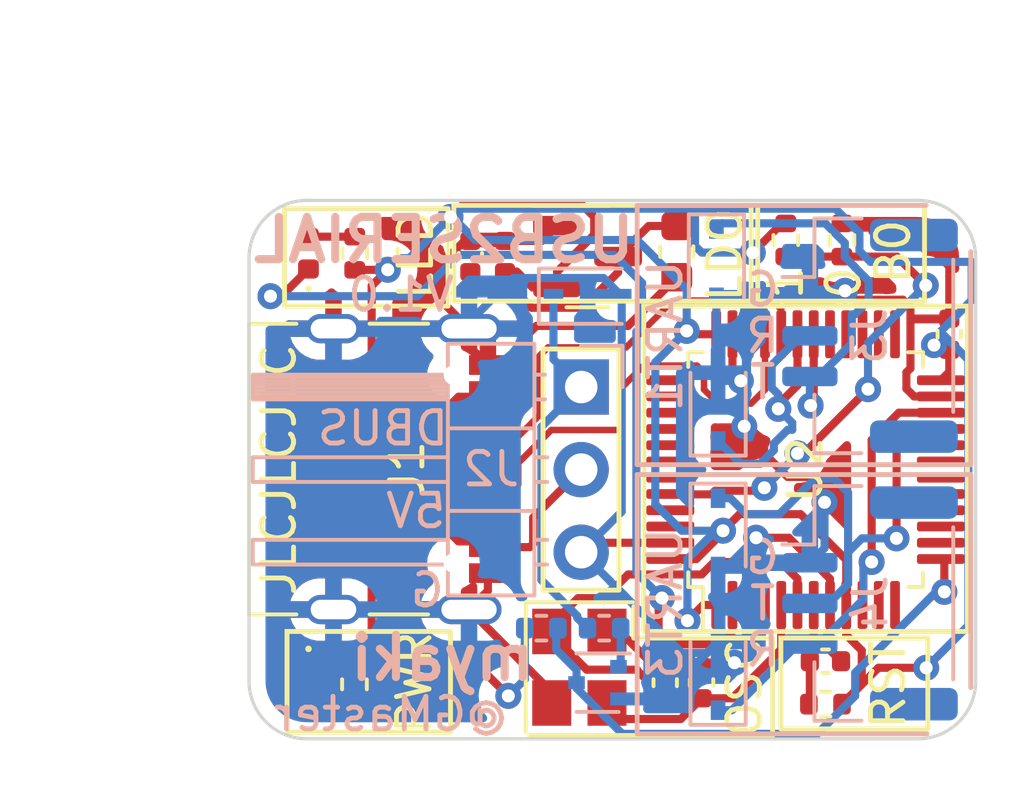
<source format=kicad_pcb>
(kicad_pcb (version 20211014) (generator pcbnew)
  (title_block (title "usb2serial") (date "2022-11-12") (rev "1.0") (company "myaki@GMaster"))
  (layers (0 "F.Cu" signal) (31 "B.Cu" signal) (34 "B.Paste" user) (35 "F.Paste" user) (36 "B.SilkS" user "B.Silkscreen") (37 "F.SilkS" user "F.Silkscreen") (38 "B.Mask" user) (39 "F.Mask" user) (44 "Edge.Cuts" user))
  (net 0 "")
  (net 1 "+3.3V")
  (net 2 "GND")
  (net 3 "Net-(C2-Pad2)")
  (net 4 "/NRST")
  (net 5 "/OSC_IN")
  (net 6 "/OSC_OUT")
  (net 7 "/UART1_TX")
  (net 8 "/UART1_RX")
  (net 9 "/UART2_RX")
  (net 10 "/UART3_TX")
  (net 11 "/UART3_RX")
  (net 12 "/DBUS_RX")
  (net 13 "/LED")
  (net 14 "+5V")
  (net 16 "/USB_D+")
  (net 17 "/USB_D-")
  (net 21 "Net-(Q1-Pad1)")
  (net 22 "/BOOT0")
  (net 49 "Net-(D6-Pad2)")
  (net 50 "Net-(D7-Pad2)")
  (footprint "Capacitor_SMD:C_0402_1005Metric" (layer "F.Cu") (at 62.0776 46.6344 -90)
    (fp_text reference "C5" hide)
    (fp_text value "12pF")
  )
  (footprint "Crystal:Crystal_SMD_3225-4Pin_3.2x2.5mm" (layer "F.Cu") (at 58.3184 46.1596 -90)
    (fp_text reference "Y1" hide)
    (fp_text value "Crystal_8M")
  )
  (footprint "Package_QFP:LQFP-48_7x7mm_P0.5mm" (layer "F.Cu") (at 65.278 40.0812 90)
    (fp_text reference "U2")
    (fp_text value "STM32F103C8T6")
  )
  (footprint "Package_TO_SOT_SMD:SOT-23" (layer "F.Cu") (at 58.5724 33.528)
    (fp_text reference "U1" hide)
    (fp_text value "XC6206P332MR")
  )
  (footprint "Resistor_SMD:R_0402_1005Metric" (layer "F.Cu") (at 64.6684 33.02 -90)
    (fp_text reference "R2" hide)
    (fp_text value "20K")
  )
  (footprint "Capacitor_SMD:C_0402_1005Metric" (layer "F.Cu") (at 56.0324 33.528 90)
    (fp_text reference "C3" hide)
    (fp_text value "1uF")
  )
  (footprint "Fuse:Fuse_0603_1608Metric" (layer "F.Cu") (at 61.3156 33.3756 -90)
    (fp_text reference "F1" hide)
    (fp_text value "0.5A")
  )
  (footprint "Capacitor_SMD:C_0402_1005Metric" (layer "F.Cu") (at 54.9656 33.528 -90)
    (fp_text reference "C2" hide)
    (fp_text value "1uF")
  )
  (footprint "Diode_SMD:D_0402_1005Metric" (layer "F.Cu") (at 49.9872 46.6852 -90)
    (fp_text reference "D6" hide)
    (fp_text value "LED_R")
  )
  (footprint "Capacitor_SMD:C_0402_1005Metric" (layer "F.Cu") (at 65.8876 45.974)
    (fp_text reference "C4" hide)
    (fp_text value "1uF")
  )
  (footprint "Resistor_SMD:R_0402_1005Metric" (layer "F.Cu") (at 51.40155 46.6852 -90)
    (fp_text reference "R6" hide)
    (fp_text value "510R")
  )
  (footprint "Capacitor_SMD:C_0402_1005Metric" (layer "F.Cu") (at 69.6976 35.9156 90)
    (fp_text reference "C1" hide)
    (fp_text value "0.1uF")
  )
  (footprint "Resistor_SMD:R_0402_1005Metric" (layer "F.Cu") (at 66.3956 33.02 90)
    (fp_text reference "R5" hide)
    (fp_text value "20K")
  )
  (footprint "Resistor_SMD:R_0402_1005Metric" (layer "F.Cu") (at 51.4096 33.4264 90)
    (fp_text reference "R7" hide)
    (fp_text value "510R")
  )
  (footprint "Capacitor_SMD:C_0402_1005Metric" (layer "F.Cu") (at 60.96 46.6344 -90)
    (fp_text reference "C6" hide)
    (fp_text value "12pF")
  )
  (footprint "Connector_USB:USB_C_Receptacle_Palconn_UTC16-G" (layer "F.Cu") (at 52.9958 40.06502 -90)
    (fp_text reference "J1")
    (fp_text value "USB_C_Receptacle_USB2.0")
  )
  (footprint "Resistor_SMD:R_0402_1005Metric" (layer "F.Cu") (at 65.8876 47.2948 180)
    (fp_text reference "R3" hide)
    (fp_text value "10K")
  )
  (footprint "Diode_SMD:D_0402_1005Metric" (layer "F.Cu") (at 49.9872 33.4264 90)
    (fp_text reference "D7" hide)
    (fp_text value "LED_B")
  )
  (footprint "Diode_SMD:D_SOD-323" (layer "B.Cu") (at 62.5856 42.0116 -90)
    (fp_text reference "D3" hide)
    (fp_text value "PSD05C")
  )
  (footprint "Connector_JST:JST_GH_SM03B-GHS-TB_1x03-1MP_P1.25mm_Horizontal" (layer "B.Cu") (at 67.2592 44.196 -90)
    (fp_text reference "J4")
    (fp_text value "UART3")
  )
  (footprint "Diode_SMD:D_SOD-323" (layer "B.Cu") (at 62.5856 46.4312 90)
    (fp_text reference "D4" hide)
    (fp_text value "PSD05C")
  )
  (footprint "Resistor_SMD:R_0402_1005Metric" (layer "B.Cu") (at 57.15 44.958 180)
    (fp_text reference "R1" hide)
    (fp_text value "10K")
  )
  (footprint "Resistor_SMD:R_0402_1005Metric" (layer "B.Cu") (at 59.0804 44.958)
    (fp_text reference "R4" hide)
    (fp_text value "1K")
  )
  (footprint "Connector_JST:JST_GH_SM03B-GHS-TB_1x03-1MP_P1.25mm_Horizontal" (layer "B.Cu") (at 67.2592 35.9664 -90)
    (fp_text reference "J3")
    (fp_text value "UART1")
  )
  (footprint "Diode_SMD:D_SOD-323" (layer "B.Cu") (at 62.5348 33.7312 -90)
    (fp_text reference "D1" hide)
    (fp_text value "PSD05C")
  )
  (footprint "Connector_PinHeader_2.54mm:PinHeader_1x03_P2.54mm_Horizontal" (layer "B.Cu") (at 58.3754 37.5412 180)
    (fp_text reference "J2")
    (fp_text value "DBUS")
  )
  (footprint "Diode_SMD:D_SOD-323" (layer "B.Cu") (at 62.5856 38.1508 90)
    (fp_text reference "D2" hide)
    (fp_text value "PSD05C")
  )
  (footprint "Diode_SMD:D_SOD-323" (layer "B.Cu") (at 58.5724 34.7472)
    (fp_text reference "D5" hide)
    (fp_text value "PSD05C")
  )
  (footprint "Package_TO_SOT_SMD:SOT-523" (layer "B.Cu") (at 58.8772 46.6344 180)
    (fp_text reference "Q1" hide)
    (fp_text value "MMBT3904T")
  )
  (gr_line (start 60.0964 31.9532) (end 60.0964 39.9288) (layer "B.SilkS") (width 0.15))
  (gr_line (start 70.358 39.9288) (end 70.358 33.3756) (layer "B.SilkS") (width 0.15))
  (gr_line (start 60.0964 40.2336) (end 70.358 40.2336) (layer "B.SilkS") (width 0.15))
  (gr_line (start 60.1218 48.2092) (end 69.0118 48.2092) (layer "B.SilkS") (width 0.15))
  (gr_line (start 60.0964 31.9532) (end 68.9864 31.9532) (layer "B.SilkS") (width 0.15))
  (gr_line (start 60.0964 39.9288) (end 70.358 39.9288) (layer "B.SilkS") (width 0.15))
  (gr_line (start 70.358 40.2336) (end 70.358 46.7868) (layer "B.SilkS") (width 0.15))
  (gr_line (start 60.0964 48.2092) (end 60.0964 40.2336) (layer "B.SilkS") (width 0.15))
  (gr_rect (start 49.2506 32.0548) (end 54.2798 35.052) (layer "F.SilkS") (width 0.15) (fill none))
  (gr_line (start 64.262 45.2628) (end 59.9948 45.2628) (layer "F.SilkS") (width 0.15))
  (gr_line (start 59.9948 45.2628) (end 59.9948 44.2976) (layer "F.SilkS") (width 0.15))
  (gr_rect (start 63.8048 31.9532) (end 68.9356 34.8996) (layer "F.SilkS") (width 0.15) (fill none))
  (gr_rect (start 57.2008 36.3728) (end 59.5376 43.7896) (layer "F.SilkS") (width 0.15) (fill none))
  (gr_line (start 56.7944 48.26) (end 64.262 48.2594) (layer "F.SilkS") (width 0.15))
  (gr_rect (start 64.516 45.2628) (end 69.0372 48.0568) (layer "F.SilkS") (width 0.15) (fill none))
  (gr_rect (start 49.3268 45.0596) (end 54.356 48.1584) (layer "F.SilkS") (width 0.15) (fill none))
  (gr_rect (start 60.2996 35.052) (end 70.2564 45.0596) (layer "F.SilkS") (width 0.15) (fill none))
  (gr_line (start 64.262 48.2594) (end 64.262 45.2628) (layer "F.SilkS") (width 0.15))
  (gr_rect (start 54.4576 31.9532) (end 63.6016 34.8996) (layer "F.SilkS") (width 0.15) (fill none))
  (gr_arc (start 70.5104 46.5836) (mid 69.989636 47.840836) (end 68.7324 48.3616) (layer "Edge.Cuts") (width 0.1))
  (gr_line (start 70.5104 33.5788) (end 70.5104 46.5836) (layer "Edge.Cuts") (width 0.1))
  (gr_line (start 48.1584 46.5836) (end 48.1584 33.5788) (layer "Edge.Cuts") (width 0.1))
  (gr_arc (start 49.9364 48.3616) (mid 48.679164 47.840836) (end 48.1584 46.5836) (layer "Edge.Cuts") (width 0.1))
  (gr_line (start 49.9364 31.8008) (end 68.7324 31.8008) (layer "Edge.Cuts") (width 0.1))
  (gr_line (start 68.7324 48.3616) (end 49.9364 48.3616) (layer "Edge.Cuts") (width 0.1))
  (gr_arc (start 68.7324 31.8008) (mid 69.989636 32.321564) (end 70.5104 33.5788) (layer "Edge.Cuts") (width 0.1))
  (gr_arc (start 48.1584 33.5788) (mid 48.679164 32.321564) (end 49.9364 31.8008) (layer "Edge.Cuts") (width 0.1))
  (gr_text "UART1" (at 60.96 35.9664 90) (layer "B.SilkS") (effects (font (size 1 1)) (justify mirror)))
  (gr_text "G" (at 53.6448 43.7896) (layer "B.SilkS") (effects (font (size 1 1)) (justify mirror)))
  (gr_text "myaki" (at 54.102 45.8724) (layer "B.SilkS") (effects (font (size 1.3 1.3) (thickness 0.25)) (justify mirror)))
  (gr_text "UART3" (at 60.96 44.196 90) (layer "B.SilkS") (effects (font (size 1 1)) (justify mirror)))
  (gr_text "R" (at 63.9572 35.9664) (layer "B.SilkS") (effects (font (size 1 1)) (justify mirror)))
  (gr_text "G" (at 63.9572 42.7736) (layer "B.SilkS") (effects (font (size 1 1)) (justify mirror)))
  (gr_text "R" (at 63.9572 45.6184) (layer "B.SilkS") (effects (font (size 1 1)) (justify mirror)))
  (gr_text "DBUS" (at 52.2732 38.8112) (layer "B.SilkS") (effects (font (size 1 1)) (justify mirror)))
  (gr_text "5V" (at 53.2892 41.3512) (layer "B.SilkS") (effects (font (size 1 1)) (justify mirror)))
  (gr_text "V1.0" (at 52.832 34.6964) (layer "B.SilkS") (effects (font (size 1 1)) (justify mirror)))
  (gr_text "T" (at 63.9572 44.196) (layer "B.SilkS") (effects (font (size 1 1)) (justify mirror)))
  (gr_text "USB2SERIAL" (at 54.1528 33.02) (layer "B.SilkS") (effects (font (size 1.3 1.3) (thickness 0.25)) (justify mirror)))
  (gr_text "T" (at 63.9572 37.3888) (layer "B.SilkS") (effects (font (size 1 1)) (justify mirror)))
  (gr_text "@GMaster" (at 52.5272 47.5996) (layer "B.SilkS") (effects (font (size 1 1)) (justify mirror)))
  (gr_text "G" (at 63.9572 34.544) (layer "B.SilkS") (effects (font (size 1 1)) (justify mirror)))
  (gr_text "1" (at 64.6684 34.3408 90) (layer "F.SilkS") (effects (font (size 1 1))))
  (gr_text "PWR" (at 53.2384 46.6344 90) (layer "F.SilkS") (effects (font (size 1 1))))
  (gr_text "0" (at 66.4464 34.3408 90) (layer "F.SilkS") (effects (font (size 1 1))))
  (gr_text "B0" (at 67.9704 33.3756 90) (layer "F.SilkS") (effects (font (size 1 1))))
  (gr_text "LDO" (at 62.7888 33.4772 90) (layer "F.SilkS") (effects (font (size 1 1))))
  (gr_text "JLCJLCJLC" (at 49.0728 40.0812 90) (layer "F.SilkS") (effects (font (size 1 1))))
  (gr_text "OSC" (at 63.3984 46.7868 90) (layer "F.SilkS") (effects (font (size 1 1))))
  (gr_text "LED" (at 53.2892 33.4772 90) (layer "F.SilkS") (effects (font (size 1 1))))
  (gr_text "RST" (at 67.818 46.6852 90) (layer "F.SilkS") (effects (font (size 1 1))))
  (segment (start 65.1256 41.4528) (end 63.246 41.4528) (width 0.25) (layer "F.Cu") (net 1))
  (segment (start 62.528 44.2437) (end 62.127596 44.2437) (width 0.25) (layer "F.Cu") (net 1))
  (segment (start 51.9308 34.4292) (end 52.4256 33.9344) (width 0.25) (layer "F.Cu") (net 1))
  (segment (start 54.739 31.9258) (end 58.391951 31.9258) (width 0.25) (layer "F.Cu") (net 1))
  (segment (start 66.528 45.166791) (end 67.0052 45.643991) (width 0.25) (layer "F.Cu") (net 1))
  (segment (start 54.356 32.3088) (end 54.739 31.9258) (width 0.25) (layer "F.Cu") (net 1))
  (segment (start 56.8808 34.478) (end 56.388 33.9852) (width 0.25) (layer "F.Cu") (net 1))
  (segment (start 61.7251 35.9187) (end 61.6204 35.814) (width 0.25) (layer "F.Cu") (net 1))
  (segment (start 55.2684 46.1752) (end 56.134 47.0408) (width 0.25) (layer "F.Cu") (net 1))
  (segment (start 63.246 41.4528) (end 62.738 41.9608) (width 0.25) (layer "F.Cu") (net 1))
  (segment (start 67.0052 46.6872) (end 66.3976 47.2948) (width 0.25) (layer "F.Cu") (net 1))
  (segment (start 51.9308 45.64595) (end 51.9308 34.4292) (width 0.25) (layer "F.Cu") (net 1))
  (segment (start 66.528 44.2437) (end 66.528 45.166791) (width 0.25) (layer "F.Cu") (net 1))
  (segment (start 62.738 41.9608) (end 62.738 42.011885) (width 0.25) (layer "F.Cu") (net 1))
  (segment (start 69.6976 37.0741) (end 69.4405 37.3312) (width 0.25) (layer "F.Cu") (net 1))
  (segment (start 61.918685 42.8312) (end 61.1155 42.8312) (width 0.25) (layer "F.Cu") (net 1))
  (segment (start 64.5481 32.51) (end 63.6524 33.4057) (width 0.25) (layer "F.Cu") (net 1))
  (segment (start 69.37163 36.3956) (end 69.2275 36.25147) (width 0.25) (layer "F.Cu") (net 1))
  (segment (start 52.4236 33.9364) (end 52.4256 33.9344) (width 0.25) (layer "F.Cu") (net 1))
  (segment (start 69.6976 36.3956) (end 69.37163 36.3956) (width 0.25) (layer "F.Cu") (net 1))
  (segment (start 51.4096 33.9364) (end 52.4236 33.9364) (width 0.25) (layer "F.Cu") (net 1))
  (segment (start 69.6976 36.3956) (end 69.6976 37.0741) (width 0.25) (layer "F.Cu") (net 1))
  (segment (start 67.0052 45.643991) (end 67.0052 46.6872) (width 0.25) (layer "F.Cu") (net 1))
  (segment (start 62.738 42.011885) (end 61.918685 42.8312) (width 0.25) (layer "F.Cu") (net 1))
  (segment (start 66.528 44.2437) (end 66.528 42.8552) (width 0.25) (layer "F.Cu") (net 1))
  (segment (start 58.391951 31.9258) (end 58.7756 32.309449) (width 0.25) (layer "F.Cu") (net 1))
  (segment (start 62.528 35.9187) (end 61.7251 35.9187) (width 0.25) (layer "F.Cu") (net 1))
  (segment (start 62.127596 44.2437) (end 61.64303 44.728266) (width 0.25) (layer "F.Cu") (net 1))
  (segment (start 67.5152 46.1772) (end 66.3976 47.2948) (width 0.25) (layer "F.Cu") (net 1))
  (segment (start 66.528 42.8552) (end 65.1256 41.4528) (width 0.25) (layer "F.Cu") (net 1))
  (segment (start 51.40155 46.1752) (end 51.9308 45.64595) (width 0.25) (layer "F.Cu") (net 1))
  (segment (start 58.7756 32.853049) (end 57.6349 33.993749) (width 0.25) (layer "F.Cu") (net 1))
  (segment (start 57.6349 33.993749) (end 57.6349 34.478) (width 0.25) (layer "F.Cu") (net 1))
  (segment (start 51.40155 46.1752) (end 55.2684 46.1752) (width 0.25) (layer "F.Cu") (net 1))
  (segment (start 68.9864 46.1772) (end 67.5152 46.1772) (width 0.25) (layer "F.Cu") (net 1))
  (segment (start 58.7756 32.309449) (end 58.7756 32.853049) (width 0.25) (layer "F.Cu") (net 1))
  (segment (start 57.6349 34.478) (end 56.8808 34.478) (width 0.25) (layer "F.Cu") (net 1))
  (segment (start 64.6684 32.51) (end 64.5481 32.51) (width 0.25) (layer "F.Cu") (net 1))
  (via (at 63.6524 33.4057) (size 0.8) (drill 0.4) (layers "F.Cu" "B.Cu") (net 1))
  (via (at 54.356 32.3088) (size 0.8) (drill 0.4) (layers "F.Cu" "B.Cu") (net 1))
  (via (at 68.9864 46.1772) (size 0.8) (drill 0.4) (layers "F.Cu" "B.Cu") (net 1))
  (via (at 52.4256 33.9344) (size 0.8) (drill 0.4) (layers "F.Cu" "B.Cu") (net 1))
  (via (at 62.738 41.9608) (size 0.8) (drill 0.4) (layers "F.Cu" "B.Cu") (net 1))
  (via (at 69.2275 36.25147) (size 0.8) (drill 0.4) (layers "F.Cu" "B.Cu") (net 1))
  (via (at 61.64303 44.728266) (size 0.8) (drill 0.4) (layers "F.Cu" "B.Cu") (net 1))
  (via (at 61.6204 35.814) (size 0.8) (drill 0.4) (layers "F.Cu" "B.Cu") (net 1))
  (via (at 56.134 47.0408) (size 0.8) (drill 0.4) (layers "F.Cu" "B.Cu") (net 1))
  (segment (start 69.2275 36.25147) (end 69.418614 36.060356) (width 0.25) (layer "B.Cu") (net 1))
  (segment (start 61.8758 33.1972) (end 61.8758 32.0562) (width 0.25) (layer "B.Cu") (net 1))
  (segment (start 61.8758 32.0562) (end 66.1938 32.0562) (width 0.25) (layer "B.Cu") (net 1))
  (segment (start 56.64 44.958) (end 56.64 45.468) (width 0.25) (layer "B.Cu") (net 1))
  (segment (start 55.118 33.02) (end 60.0964 33.02) (width 0.25) (layer "B.Cu") (net 1))
  (segment (start 60.6552 41.148) (end 61.468 41.9608) (width 0.25) (layer "B.Cu") (net 1))
  (segment (start 61.64303 44.728266) (end 61.64303 42.82917) (width 0.25) (layer "B.Cu") (net 1))
  (segment (start 61.64303 42.82917) (end 62.5114 41.9608) (width 0.25) (layer "B.Cu") (net 1))
  (segment (start 70.2842 44.8794) (end 68.9864 46.1772) (width 0.25) (layer "B.Cu") (net 1))
  (segment (start 70.2842 36.704573) (end 70.2842 44.8794) (width 0.25) (layer "B.Cu") (net 1))
  (segment (start 70.3854 33.6914) (end 70.3854 34.8722) (width 0.25) (layer "B.Cu") (net 1))
  (segment (start 63.6524 33.4057) (end 62.0843 33.4057) (width 0.25) (layer "B.Cu") (net 1))
  (segment (start 62.0843 33.4057) (end 61.8758 33.1972) (width 0.25) (layer "B.Cu") (net 1))
  (segment (start 60.6552 36.7792) (end 60.6552 41.148) (width 0.25) (layer "B.Cu") (net 1))
  (segment (start 66.9342 33.354573) (end 67.271027 33.6914) (width 0.25) (layer "B.Cu") (net 1))
  (segment (start 67.271027 33.6914) (end 70.3854 33.6914) (width 0.25) (layer "B.Cu") (net 1))
  (segment (start 61.6204 35.814) (end 60.6552 36.7792) (width 0.25) (layer "B.Cu") (net 1))
  (segment (start 54.6086 32.0562) (end 61.8758 32.0562) (width 0.25) (layer "B.Cu") (net 1))
  (segment (start 54.356 32.3088) (end 53.086 33.5788) (width 0.25) (layer "B.Cu") (net 1))
  (segment (start 60.0964 33.02) (end 61.6204 34.544) (width 0.25) (layer "B.Cu") (net 1))
  (segment (start 53.086 33.5788) (end 52.7812 33.5788) (width 0.25) (layer "B.Cu") (net 1))
  (segment (start 52.7812 33.5788) (end 52.4256 33.9344) (width 0.25) (layer "B.Cu") (net 1))
  (segment (start 66.9342 32.7966) (end 66.9342 33.354573) (width 0.25) (layer "B.Cu") (net 1))
  (segment (start 66.1938 32.0562) (end 66.9342 32.7966) (width 0.25) (layer "B.Cu") (net 1))
  (segment (start 61.6204 34.544) (end 61.6204 35.814) (width 0.25) (layer "B.Cu") (net 1))
  (segment (start 56.64 46.5348) (end 56.64 45.468) (width 0.25) (layer "B.Cu") (net 1))
  (segment (start 54.61 32.512) (end 55.118 33.02) (width 0.25) (layer "B.Cu") (net 1))
  (segment (start 61.468 41.9608) (end 62.738 41.9608) (width 0.25) (layer "B.Cu") (net 1))
  (segment (start 69.418614 36.060356) (end 69.418614 35.838986) (width 0.25) (layer "B.Cu") (net 1))
  (segment (start 56.134 47.0408) (end 56.64 46.5348) (width 0.25) (layer "B.Cu") (net 1))
  (segment (start 69.418614 35.838986) (end 70.2842 36.704573) (width 0.25) (layer "B.Cu") (net 1))
  (segment (start 70.3854 34.8722) (end 69.418614 35.838986) (width 0.25) (layer "B.Cu") (net 1))
  (segment (start 62.5114 41.9608) (end 62.738 41.9608) (width 0.25) (layer "B.Cu") (net 1))
  (segment (start 69.6976 33.8328) (end 69.6976 34.1376) (width 0.25) (layer "F.Cu") (net 2))
  (segment (start 57.1649 33.048) (end 57.6349 32.578) (width 0.25) (layer "F.Cu") (net 2))
  (segment (start 64.764785 42.1773) (end 66.028 43.440515) (width 0.25) (layer "F.Cu") (net 2))
  (segment (start 66.028 45.6344) (end 66.3676 45.974) (width 0.25) (layer "F.Cu") (net 2))
  (segment (start 65.8597 40.6121) (end 65.8597 41.086515) (width 0.25) (layer "F.Cu") (net 2))
  (segment (start 66.028 43.440515) (end 66.028 44.2437) (width 0.25) (layer "F.Cu") (net 2))
  (segment (start 69.6748 35.4584) (end 69.6976 35.4356) (width 0.25) (layer "F.Cu") (net 2))
  (segment (start 61.1155 42.3312) (end 58.6654 42.3312) (width 0.25) (layer "F.Cu") (net 2))
  (segment (start 54.9656 33.048) (end 54.7852 33.048) (width 0.25) (layer "F.Cu") (net 2))
  (segment (start 55.5058 43.26502) (end 55.5058 43.80502) (width 0.25) (layer "F.Cu") (net 2))
  (segment (start 64.726022 40.306024) (end 65.553624 40.306024) (width 0.25) (layer "F.Cu") (net 2))
  (segment (start 54.9656 33.048) (end 56.0324 33.048) (width 0.25) (layer "F.Cu") (net 2))
  (segment (start 68.3748 32.51) (end 69.6976 33.8328) (width 0.25) (layer "F.Cu") (net 2))
  (segment (start 68.378 37.5932) (end 68.616 37.8312) (width 0.25) (layer "F.Cu") (net 2))
  (segment (start 69.6976 35.4356) (end 68.6028 35.4356) (width 0.25) (layer "F.Cu") (net 2))
  (segment (start 60.6552 46.1544) (end 62.0776 46.1544) (width 0.25) (layer "F.Cu") (net 2))
  (segment (start 66.490899 34.5817) (end 66.765399 34.8562) (width 0.25) (layer "F.Cu") (net 2))
  (segment (start 66.765399 34.8562) (end 68.268685 34.8562) (width 0.25) (layer "F.Cu") (net 2))
  (segment (start 54.2036 33.6296) (end 54.2036 35.02282) (width 0.25) (layer "F.Cu") (net 2))
  (segment (start 69.6976 34.1376) (end 69.6976 35.4356) (width 0.25) (layer "F.Cu") (net 2))
  (segment (start 54.2036 35.02282) (end 54.9258 35.74502) (width 0.25) (layer "F.Cu") (net 2))
  (segment (start 57.4684 46.92762) (end 57.4684 47.2596) (width 0.25) (layer "F.Cu") (net 2))
  (segment (start 54.9258 44.38502) (end 57.4684 46.92762) (width 0.25) (layer "F.Cu") (net 2))
  (segment (start 59.1684 45.0596) (end 59.5604 45.0596) (width 0.25) (layer "F.Cu") (net 2))
  (segment (start 55.5058 43.80502) (end 54.9258 44.38502) (width 0.25) (layer "F.Cu") (net 2))
  (segment (start 54.9258 35.74502) (end 54.9258 36.28502) (width 0.25) (layer "F.Cu") (net 2))
  (segment (start 68.378 37.090515) (end 68.378 37.5932) (width 0.25) (layer "F.Cu") (net 2))
  (segment (start 56.0324 33.048) (end 57.1649 33.048) (width 0.25) (layer "F.Cu") (net 2))
  (segment (start 50.7558 45.4316) (end 49.9872 46.2002) (width 0.25) (layer "F.Cu") (net 2))
  (segment (start 68.268685 34.8562) (end 68.503 35.090515) (width 0.25) (layer "F.Cu") (net 2))
  (segment (start 63.754 42.1773) (end 64.764785 42.1773) (width 0.25) (layer "F.Cu") (net 2))
  (segment (start 66.028 44.2437) (end 66.028 45.6344) (width 0.25) (layer "F.Cu") (net 2))
  (segment (start 54.9258 36.28502) (end 55.5058 36.86502) (width 0.25) (layer "F.Cu") (net 2))
  (segment (start 59.5604 45.0596) (end 60.6552 46.1544) (width 0.25) (layer "F.Cu") (net 2))
  (segment (start 68.503 35.4584) (end 69.6748 35.4584) (width 0.25) (layer "F.Cu") (net 2))
  (segment (start 54.7852 33.048) (end 54.2036 33.6296) (width 0.25) (layer "F.Cu") (net 2))
  (segment (start 59.5884 45.0596) (end 59.1684 45.0596) (width 0.25) (layer "F.Cu") (net 2))
  (segment (start 68.503 35.5354) (end 68.503 36.965515) (width 0.25) (layer "F.Cu") (net 2))
  (segment (start 63.028 35.9187) (end 63.028 37.092922) (width 0.25) (layer "F.Cu") (net 2))
  (segment (start 68.503 36.965515) (end 68.378 37.090515) (width 0.25) (layer "F.Cu") (net 2))
  (segment (start 67.9176 32.51) (end 68.3748 32.51) (width 0.25) (layer "F.Cu") (net 2))
  (segment (start 68.616 37.8312) (end 69.4405 37.8312) (width 0.25) (layer "F.Cu") (net 2))
  (segment (start 65.553624 40.306024) (end 65.8597 40.6121) (width 0.25) (layer "F.Cu") (net 2))
  (segment (start 63.390486 38.7487) (end 63.390486 38.970488) (width 0.25) (layer "F.Cu") (net 2))
  (segment (start 62.211499 46.020501) (end 62.0776 46.1544) (width 0.25) (layer "F.Cu") (net 2))
  (segment (start 63.089301 46.020501) (end 62.211499 46.020501) (width 0.25) (layer "F.Cu") (net 2))
  (segment (start 68.503 35.090515) (end 68.503 35.4584) (width 0.25) (layer "F.Cu") (net 2))
  (segment (start 63.390486 38.970488) (end 64.726022 40.306024) (width 0.25) (layer "F.Cu") (net 2))
  (segment (start 68.6028 35.4356) (end 68.503 35.5354) (width 0.25) (layer "F.Cu") (net 2))
  (segment (start 63.028 37.092922) (end 63.284778 37.3497) (width 0.25) (layer "F.Cu") (net 2))
  (segment (start 66.3956 32.51) (end 67.9176 32.51) (width 0.25) (layer "F.Cu") (net 2))
  (segment (start 58.6654 42.3312) (end 58.3754 42.6212) (width 0.25) (layer "F.Cu") (net 2))
  (segment (start 50.7558 44.38502) (end 50.7558 45.4316) (width 0.25) (layer "F.Cu") (net 2))
  (via (at 63.754 42.1773) (size 0.8) (drill 0.4) (layers "F.Cu" "B.Cu") (net 2))
  (via (at 66.490899 34.5817) (size 0.8) (drill 0.4) (layers "F.Cu" "B.Cu") (net 2))
  (via (at 63.089301 46.020501) (size 0.8) (drill 0.4) (layers "F.Cu" "B.Cu") (net 2))
  (via (at 63.284778 37.3497) (size 0.8) (drill 0.4) (layers "F.Cu" "B.Cu") (net 2))
  (via (at 65.8597 41.086515) (size 0.8) (drill 0.4) (layers "F.Cu" "B.Cu") (net 2))
  (via (at 63.390486 38.7487) (size 0.8) (drill 0.4) (layers "F.Cu" "B.Cu") (net 2))
  (segment (start 62.5856 45.5168) (end 63.089301 46.020501) (width 0.25) (layer "B.Cu") (net 2))
  (segment (start 59.6224 41.3742) (end 59.6224 34.7472) (width 0.25) (layer "B.Cu") (net 2))
  (segment (start 56.2864 34.1884) (end 54.9258 35.549) (width 0.25) (layer "B.Cu") (net 2))
  (segment (start 65.8597 42.4955) (end 65.4092 42.946) (width 0.25) (layer "B.Cu") (net 2))
  (segment (start 59.0636 34.1884) (end 56.2864 34.1884) (width 0.25) (layer "B.Cu") (net 2))
  (segment (start 54.9258 35.549) (end 54.9258 35.74502) (width 0.25) (layer "B.Cu") (net 2))
  (segment (start 65.8597 41.086515) (end 65.8597 42.4955) (width 0.25) (layer "B.Cu") (net 2))
  (segment (start 62.5856 43.0616) (end 62.8697 43.0616) (width 0.25) (layer "B.Cu") (net 2))
  (segment (start 62.5856 43.0616) (end 62.5856 45.3812) (width 0.25) (layer "B.Cu") (net 2))
  (segment (start 65.3444 34.7812) (end 62.5348 34.7812) (width 0.25) (layer "B.Cu") (net 2))
  (segment (start 50.7558 35.74502) (end 50.7558 44.38502) (width 0.25) (layer "B.Cu") (net 2))
  (segment (start 63.390486 38.7487) (end 63.390486 38.190341) (width 0.25) (layer "B.Cu") (net 2))
  (segment (start 62.5348 34.7812) (end 62.5348 37.05) (width 0.25) (layer "B.Cu") (net 2))
  (segment (start 62.8697 43.0616) (end 63.754 42.1773) (width 0.25) (layer "B.Cu") (net 2))
  (segment (start 63.390486 38.190341) (end 63.284778 38.084633) (width 0.25) (layer "B.Cu") (net 2))
  (segment (start 62.5856 45.3812) (end 60.9768 46.99) (width 0.25) (layer "B.Cu") (net 2))
  (segment (start 62.5348 37.05) (end 62.5856 37.1008) (width 0.25) (layer "B.Cu") (net 2))
  (segment (start 58.3754 42.6212) (end 59.264862 43.510662) (width 0.25) (layer "B.Cu") (net 2))
  (segment (start 65.4092 42.946) (end 65.2936 43.0616) (width 0.25) (layer "B.Cu") (net 2))
  (segment (start 59.6224 34.7472) (end 59.0636 34.1884) (width 0.25) (layer "B.Cu") (net 2))
  (segment (start 63.284778 38.084633) (end 63.284778 37.3497) (width 0.25) (layer "B.Cu") (net 2))
  (segment (start 65.4092 34.7164) (end 65.3444 34.7812) (width 0.25) (layer "B.Cu") (net 2))
  (segment (start 62.2468 45.72) (end 62.5856 45.3812) (width 0.25) (layer "B.Cu") (net 2))
  (segment (start 60.9768 46.99) (end 60.6044 46.99) (width 0.25) (layer "B.Cu") (net 2))
  (segment (start 60.6044 46.99) (end 60.46 47.1344) (width 0.25) (layer "B.Cu") (net 2))
  (segment (start 62.8345 37.3497) (end 62.5856 37.1008) (width 0.25) (layer "B.Cu") (net 2))
  (segment (start 59.264862 43.510662) (end 59.264862 43.516862) (width 0.25) (layer "B.Cu") (net 2))
  (segment (start 65.2936 43.0616) (end 62.5856 43.0616) (width 0.25) (layer "B.Cu") (net 2))
  (segment (start 65.5439 34.5817) (end 65.4092 34.7164) (width 0.25) (layer "B.Cu") (net 2))
  (segment (start 60.46 47.1344) (end 59.5222 47.1344) (width 0.25) (layer "B.Cu") (net 2))
  (segment (start 58.3754 42.6212) (end 59.6224 41.3742) (width 0.25) (layer "B.Cu") (net 2))
  (segment (start 54.9258 35.74502) (end 50.7558 35.74502) (width 0.25) (layer "B.Cu") (net 2))
  (segment (start 62.5856 45.3812) (end 62.5856 45.5168) (width 0.25) (layer "B.Cu") (net 2))
  (segment (start 66.490899 34.5817) (end 65.5439 34.5817) (width 0.25) (layer "B.Cu") (net 2))
  (segment (start 61.468 45.72) (end 62.2468 45.72) (width 0.25) (layer "B.Cu") (net 2))
  (segment (start 50.7558 44.38502) (end 54.9258 44.38502) (width 0.25) (layer "B.Cu") (net 2))
  (segment (start 59.264862 43.516862) (end 61.468 45.72) (width 0.25) (layer "B.Cu") (net 2))
  (segment (start 63.284778 37.3497) (end 62.8345 37.3497) (width 0.25) (layer "B.Cu") (net 2))
  (segment (start 60.4498 32.5881) (end 59.5099 33.528) (width 0.25) (layer "F.Cu") (net 3))
  (segment (start 56.360649 34.613) (end 56.850649 35.103) (width 0.25) (layer "F.Cu") (net 3))
  (segment (start 61.3156 32.5881) (end 60.4498 32.5881) (width 0.25) (layer "F.Cu") (net 3))
  (segment (start 59.5099 34.0129) (end 59.5099 33.528) (width 0.25) (layer "F.Cu") (net 3))
  (segment (start 58.4198 35.103) (end 59.5099 34.0129) (width 0.25) (layer "F.Cu") (net 3))
  (segment (start 56.850649 35.103) (end 58.4198 35.103) (width 0.25) (layer "F.Cu") (net 3))
  (segment (start 55.5706 34.613) (end 56.360649 34.613) (width 0.25) (layer "F.Cu") (net 3))
  (segment (start 54.9656 34.008) (end 55.5706 34.613) (width 0.25) (layer "F.Cu") (net 3))
  (segment (start 65.528 45.8536) (end 65.4076 45.974) (width 0.25) (layer "F.Cu") (net 4))
  (segment (start 65.528 44.2437) (end 65.528 45.8536) (width 0.25) (layer "F.Cu") (net 4))
  (segment (start 65.4076 47.2648) (end 65.3776 47.2948) (width 0.25) (layer "F.Cu") (net 4))
  (segment (start 65.4076 45.974) (end 65.4076 47.2648) (width 0.25) (layer "F.Cu") (net 4))
  (segment (start 61.44 47.752) (end 59.6608 47.752) (width 0.25) (layer "F.Cu") (net 5))
  (segment (start 64.528 44.2437) (end 64.528 45.6064) (width 0.25) (layer "F.Cu") (net 5))
  (segment (start 64.528 45.6064) (end 63.02 47.1144) (width 0.25) (layer "F.Cu") (net 5))
  (segment (start 63.02 47.1144) (end 62.0776 47.1144) (width 0.25) (layer "F.Cu") (net 5))
  (segment (start 62.0776 47.1144) (end 61.44 47.752) (width 0.25) (layer "F.Cu") (net 5))
  (segment (start 59.6608 47.752) (end 59.1684 47.2596) (width 0.25) (layer "F.Cu") (net 5))
  (segment (start 59.8178 43.3062) (end 59.0894 44.0346) (width 0.25) (layer "F.Cu") (net 6))
  (segment (start 65.028 43.440515) (end 64.513485 42.926) (width 0.25) (layer "F.Cu") (net 6))
  (segment (start 60.952391 47.1144) (end 60.96 47.1144) (width 0.25) (layer "F.Cu") (net 6))
  (segment (start 57.4684 45.1596) (end 58.5434 46.2346) (width 0.25) (layer "F.Cu") (net 6))
  (segment (start 58.5434 46.2346) (end 60.0934 46.2346) (width 0.25) (layer "F.Cu") (net 6))
  (segment (start 64.513485 42.926) (end 62.460281 42.926) (width 0.25) (layer "F.Cu") (net 6))
  (segment (start 65.028 44.2437) (end 65.028 43.440515) (width 0.25) (layer "F.Cu") (net 6))
  (segment (start 58.2766 44.0346) (end 57.4684 44.8428) (width 0.25) (layer "F.Cu") (net 6))
  (segment (start 62.080081 43.3062) (end 59.8178 43.3062) (width 0.25) (layer "F.Cu") (net 6))
  (segment (start 57.4684 44.8428) (end 57.4684 45.0596) (width 0.25) (layer "F.Cu") (net 6))
  (segment (start 59.0894 44.0346) (end 58.2766 44.0346) (width 0.25) (layer "F.Cu") (net 6))
  (segment (start 60.0934 46.255409) (end 60.952391 47.1144) (width 0.25) (layer "F.Cu") (net 6))
  (segment (start 62.460281 42.926) (end 62.080081 43.3062) (width 0.25) (layer "F.Cu") (net 6))
  (segment (start 60.0934 46.2346) (end 60.0934 46.255409) (width 0.25) (layer "F.Cu") (net 6))
  (segment (start 57.4684 45.0596) (end 57.4684 45.1596) (width 0.25) (layer "F.Cu") (net 6))
  (segment (start 65.528 38.014033) (end 65.528 35.9187) (width 0.25) (layer "F.Cu") (net 7))
  (segment (start 65.431433 38.1106) (end 65.528 38.014033) (width 0.25) (layer "F.Cu") (net 7))
  (via (at 65.431433 38.1106) (size 0.8) (drill 0.4) (layers "F.Cu" "B.Cu") (net 7))
  (segment (start 67.215899 34.281395) (end 66.802 33.867496) (width 0.25) (layer "B.Cu") (net 7))
  (segment (start 66.791204 35.3067) (end 67.215899 34.882005) (width 0.25) (layer "B.Cu") (net 7))
  (segment (start 67.215899 34.882005) (end 67.215899 34.281395) (width 0.25) (layer "B.Cu") (net 7))
  (segment (start 66.802 33.867496) (end 66.802 33.858769) (width 0.25) (layer "B.Cu") (net 7))
  (segment (start 66.6997 36.197651) (end 66.6997 35.3067) (width 0.25) (layer "B.Cu") (net 7))
  (segment (start 62.7098 32.5062) (end 62.5348 32.6812) (width 0.25) (layer "B.Cu") (net 7))
  (segment (start 66.4842 33.1086) (end 65.8818 32.5062) (width 0.25) (layer "B.Cu") (net 7))
  (segment (start 66.4842 33.540969) (end 66.4842 33.1086) (width 0.25) (layer "B.Cu") (net 7))
  (segment (start 65.4092 37.2164) (end 65.680951 37.2164) (width 0.25) (layer "B.Cu") (net 7))
  (segment (start 65.8818 32.5062) (end 62.7098 32.5062) (width 0.25) (layer "B.Cu") (net 7))
  (segment (start 65.4092 38.088367) (end 65.4092 37.2164) (width 0.25) (layer "B.Cu") (net 7))
  (segment (start 66.802 33.858769) (end 66.4842 33.540969) (width 0.25) (layer "B.Cu") (net 7))
  (segment (start 65.680951 37.2164) (end 66.6997 36.197651) (width 0.25) (layer "B.Cu") (net 7))
  (segment (start 65.431433 38.1106) (end 65.4092 38.088367) (width 0.25) (layer "B.Cu") (net 7))
  (segment (start 66.6997 35.3067) (end 66.791204 35.3067) (width 0.25) (layer "B.Cu") (net 7))
  (segment (start 65.028 37.488728) (end 65.028 35.9187) (width 0.25) (layer "F.Cu") (net 8))
  (segment (start 64.437046 38.211596) (end 64.437046 38.079682) (width 0.25) (layer "F.Cu") (net 8))
  (segment (start 64.437046 38.079682) (end 65.028 37.488728) (width 0.25) (layer "F.Cu") (net 8))
  (via (at 64.437046 38.211596) (size 0.8) (drill 0.4) (layers "F.Cu" "B.Cu") (net 8))
  (segment (start 63.884863 39.90016) (end 63.284253 39.90016) (width 0.25) (layer "B.Cu") (net 8))
  (segment (start 64.301327 39.280719) (end 64.301327 39.483696) (width 0.25) (layer "B.Cu") (net 8))
  (segment (start 64.865624 38.640174) (end 64.865624 38.856024) (width 0.25) (layer "B.Cu") (net 8))
  (segment (start 64.865624 38.856024) (end 64.726022 38.856024) (width 0.25) (layer "B.Cu") (net 8))
  (segment (start 62.5856 39.201507) (end 62.5856 39.2008) (width 0.25) (layer "B.Cu") (net 8))
  (segment (start 64.301327 39.483696) (end 63.884863 39.90016) (width 0.25) (layer "B.Cu") (net 8))
  (segment (start 64.437046 37.765997) (end 64.2342 37.563151) (width 0.25) (layer "B.Cu") (net 8))
  (segment (start 64.2342 36.869649) (end 65.137449 35.9664) (width 0.25) (layer "B.Cu") (net 8))
  (segment (start 64.437046 38.211596) (end 64.437046 37.765997) (width 0.25) (layer "B.Cu") (net 8))
  (segment (start 64.437046 38.211596) (end 64.865624 38.640174) (width 0.25) (layer "B.Cu") (net 8))
  (segment (start 64.726022 38.856024) (end 64.301327 39.280719) (width 0.25) (layer "B.Cu") (net 8))
  (segment (start 64.2342 37.563151) (end 64.2342 36.869649) (width 0.25) (layer "B.Cu") (net 8))
  (segment (start 65.137449 35.9664) (end 65.4092 35.9664) (width 0.25) (layer "B.Cu") (net 8))
  (segment (start 63.284253 39.90016) (end 62.5856 39.201507) (width 0.25) (layer "B.Cu") (net 8))
  (segment (start 69.5452 43.8404) (end 69.5452 42.9359) (width 0.25) (layer "F.Cu") (net 9))
  (segment (start 69.5452 42.9359) (end 69.4405 42.8312) (width 0.25) (layer "F.Cu") (net 9))
  (via (at 69.5452 43.8404) (size 0.8) (drill 0.4) (layers "F.Cu" "B.Cu") (net 9))
  (segment (start 58.2322 46.6344) (end 58.2322 46.2434) (width 0.25) (layer "B.Cu") (net 9))
  (segment (start 65.6336 48.2092) (end 66.802 47.0408) (width 0.25) (layer "B.Cu") (net 9))
  (segment (start 69.2912 43.8404) (end 69.5452 43.8404) (width 0.25) (layer "B.Cu") (net 9))
  (segment (start 66.802 47.0408) (end 66.802 46.3296) (width 0.25) (layer "B.Cu") (net 9))
  (segment (start 58.2322 46.8022) (end 59.0862 47.6562) (width 0.25) (layer "B.Cu") (net 9))
  (segment (start 58.2322 46.2434) (end 57.6072 45.6184) (width 0.25) (layer "B.Cu") (net 9))
  (segment (start 66.802 46.3296) (end 69.2912 43.8404) (width 0.25) (layer "B.Cu") (net 9))
  (segment (start 57.6072 45.0108) (end 57.66 44.958) (width 0.25) (layer "B.Cu") (net 9))
  (segment (start 59.0862 47.6562) (end 59.6392 48.2092) (width 0.25) (layer "B.Cu") (net 9))
  (segment (start 57.6072 45.6184) (end 57.6072 45.0108) (width 0.25) (layer "B.Cu") (net 9))
  (segment (start 58.2322 46.6344) (end 58.2322 46.8022) (width 0.25) (layer "B.Cu") (net 9))
  (segment (start 59.6392 48.2092) (end 65.6336 48.2092) (width 0.25) (layer "B.Cu") (net 9))
  (segment (start 68.637315 38.8312) (end 68.076003 39.392512) (width 0.25) (layer "F.Cu") (net 10))
  (segment (start 69.4405 38.8312) (end 68.637315 38.8312) (width 0.25) (layer "F.Cu") (net 10))
  (segment (start 68.076003 39.392512) (end 68.076003 42.191497) (width 0.25) (layer "F.Cu") (net 10))
  (segment (start 68.076003 42.191497) (end 68.072 42.1955) (width 0.25) (layer "F.Cu") (net 10))
  (via (at 68.072 42.1955) (size 0.8) (drill 0.4) (layers "F.Cu" "B.Cu") (net 10))
  (segment (start 65.9892 44.196) (end 65.4092 44.196) (width 0.25) (layer "B.Cu") (net 10))
  (segment (start 64.46861 41.4523) (end 65.559395 40.361515) (width 0.25) (layer "B.Cu") (net 10))
  (segment (start 66.160005 40.361515) (end 66.5842 40.78571) (width 0.25) (layer "B.Cu") (net 10))
  (segment (start 66.5842 43.601) (end 65.9892 44.196) (width 0.25) (layer "B.Cu") (net 10))
  (segment (start 66.5842 43.2962) (end 66.5842 43.601) (width 0.25) (layer "B.Cu") (net 10))
  (segment (start 66.5842 42.4034) (end 66.5842 43.2962) (width 0.25) (layer "B.Cu") (net 10))
  (segment (start 65.559395 40.361515) (end 66.160005 40.361515) (width 0.25) (layer "B.Cu") (net 10))
  (segment (start 68.072 42.1955) (end 67.010211 42.1955) (width 0.25) (layer "B.Cu") (net 10))
  (segment (start 63.453695 41.4523) (end 64.46861 41.4523) (width 0.25) (layer "B.Cu") (net 10))
  (segment (start 62.5856 40.9616) (end 62.962995 40.9616) (width 0.25) (layer "B.Cu") (net 10))
  (segment (start 62.962995 40.9616) (end 63.453695 41.4523) (width 0.25) (layer "B.Cu") (net 10))
  (segment (start 66.5842 42.621511) (end 66.5842 43.2962) (width 0.25) (layer "B.Cu") (net 10))
  (segment (start 67.010211 42.1955) (end 66.5842 42.621511) (width 0.25) (layer "B.Cu") (net 10))
  (segment (start 66.5842 40.78571) (end 66.5842 42.621511) (width 0.25) (layer "B.Cu") (net 10))
  (segment (start 67.31 39.1668) (end 68.1456 38.3312) (width 0.25) (layer "F.Cu") (net 11))
  (segment (start 67.31 42.921016) (end 67.31 39.1668) (width 0.25) (layer "F.Cu") (net 11))
  (segment (start 68.1456 38.3312) (end 69.4405 38.3312) (width 0.25) (layer "F.Cu") (net 11))
  (segment (start 67.3087 42.922316) (end 67.31 42.921016) (width 0.25) (layer "F.Cu") (net 11))
  (via (at 67.3087 42.922316) (size 0.8) (drill 0.4) (layers "F.Cu" "B.Cu") (net 11))
  (segment (start 67.056 44.070951) (end 65.680951 45.446) (width 0.25) (layer "B.Cu") (net 11))
  (segment (start 65.044 45.446) (end 65.4092 45.446) (width 0.25) (layer "B.Cu") (net 11))
  (segment (start 62.5856 47.4812) (end 63.0088 47.4812) (width 0.25) (layer "B.Cu") (net 11))
  (segment (start 65.680951 45.446) (end 65.4092 45.446) (width 0.25) (layer "B.Cu") (net 11))
  (segment (start 67.056 43.0784) (end 67.056 44.070951) (width 0.25) (layer "B.Cu") (net 11))
  (segment (start 67.212084 42.922316) (end 67.056 43.0784) (width 0.25) (layer "B.Cu") (net 11))
  (segment (start 67.3087 42.922316) (end 67.212084 42.922316) (width 0.25) (layer "B.Cu") (net 11))
  (segment (start 63.0088 47.4812) (end 65.044 45.446) (width 0.25) (layer "B.Cu") (net 11))
  (segment (start 58.5704 44.958) (end 58.255 44.6426) (width 0.25) (layer "B.Cu") (net 12))
  (segment (start 57.5224 34.7472) (end 57.5224 36.6882) (width 0.25) (layer "B.Cu") (net 12))
  (segment (start 58.255 44.582462) (end 57.15 43.477462) (width 0.25) (layer "B.Cu") (net 12))
  (segment (start 58.255 44.6426) (end 58.255 44.582462) (width 0.25) (layer "B.Cu") (net 12))
  (segment (start 57.15 43.477462) (end 57.15 38.7666) (width 0.25) (layer "B.Cu") (net 12))
  (segment (start 57.5224 36.6882) (end 58.3754 37.5412) (width 0.25) (layer "B.Cu") (net 12))
  (segment (start 57.15 38.7666) (end 58.3754 37.5412) (width 0.25) (layer "B.Cu") (net 12))
  (segment (start 62.6872 45.397297) (end 62.631231 45.453266) (width 0.25) (layer "F.Cu") (net 13))
  (segment (start 48.8188 34.7472) (end 49.1514 34.7472) (width 0.25) (layer "F.Cu") (net 13))
  (segment (start 62.631231 45.453266) (end 60.998066 45.453266) (width 0.25) (layer "F.Cu") (net 13))
  (segment (start 60.7568 44.1323) (end 60.8584 44.0307) (width 0.25) (layer "F.Cu") (net 13))
  (segment (start 63.028 44.2437) (end 63.028 45.056497) (width 0.25) (layer "F.Cu") (net 13))
  (segment (start 60.998066 45.453266) (end 60.7568 45.212) (width 0.25) (layer "F.Cu") (net 13))
  (segment (start 60.7568 45.212) (end 60.7568 44.1323) (width 0.25) (layer "F.Cu") (net 13))
  (segment (start 49.1514 34.7472) (end 49.9872 33.9114) (width 0.25) (layer "F.Cu") (net 13))
  (segment (start 63.028 45.056497) (end 62.6872 45.397297) (width 0.25) (layer "F.Cu") (net 13))
  (via (at 48.8188 34.7472) (size 0.8) (drill 0.4) (layers "F.Cu" "B.Cu") (net 13))
  (via (at 60.8584 44.0307) (size 0.8) (drill 0.4) (layers "F.Cu" "B.Cu") (net 13))
  (segment (start 53.6448 34.4424) (end 53.34 34.7472) (width 0.25) (layer "B.Cu") (net 13))
  (segment (start 60.0724 43.2447) (end 60.0724 35.8408) (width 0.25) (layer "B.Cu") (net 13))
  (segment (start 60.0724 35.8408) (end 60.2474 35.6658) (width 0.25) (layer "B.Cu") (net 13))
  (segment (start 60.2474 35.6658) (end 60.2474 34.3394) (width 0.25) (layer "B.Cu") (net 13))
  (segment (start 53.34 34.7472) (end 48.8188 34.7472) (width 0.25) (layer "B.Cu") (net 13))
  (segment (start 60.2474 34.3394) (end 59.3852 33.4772) (width 0.25) (layer "B.Cu") (net 13))
  (segment (start 60.8584 44.0307) (end 60.0724 43.2447) (width 0.25) (layer "B.Cu") (net 13))
  (segment (start 54.61 33.4772) (end 53.6448 34.4424) (width 0.25) (layer "B.Cu") (net 13))
  (segment (start 59.3852 33.4772) (end 54.61 33.4772) (width 0.25) (layer "B.Cu") (net 13))
  (segment (start 56.79818 42.46502) (end 55.5058 42.46502) (width 0.25) (layer "F.Cu") (net 14))
  (segment (start 54.0834 38.35742) (end 54.6008 37.84002) (width 0.25) (layer "F.Cu") (net 14))
  (segment (start 55.3308 37.84002) (end 55.5058 37.66502) (width 0.25) (layer "F.Cu") (net 14))
  (segment (start 55.5058 37.66502) (end 56.3358 37.66502) (width 0.25) (layer "F.Cu") (net 14))
  (segment (start 58.3754 40.0812) (end 56.896 41.5606) (width 0.25) (layer "F.Cu") (net 14))
  (segment (start 56.5404 37.46042) (end 56.5404 36.1188) (width 0.25) (layer "F.Cu") (net 14))
  (segment (start 54.6008 37.84002) (end 55.3308 37.84002) (width 0.25) (layer "F.Cu") (net 14))
  (segment (start 56.896 42.3672) (end 56.79818 42.46502) (width 0.25) (layer "F.Cu") (net 14))
  (segment (start 56.5404 36.1188) (end 56.9976 35.6616) (width 0.25) (layer "F.Cu") (net 14))
  (segment (start 59.8171 35.6616) (end 61.3156 34.1631) (width 0.25) (layer "F.Cu") (net 14))
  (segment (start 54.6008 42.29002) (end 54.0834 41.77262) (width 0.25) (layer "F.Cu") (net 14))
  (segment (start 55.3308 42.29002) (end 54.6008 42.29002) (width 0.25) (layer "F.Cu") (net 14))
  (segment (start 56.3358 37.66502) (end 56.5404 37.46042) (width 0.25) (layer "F.Cu") (net 14))
  (segment (start 56.896 41.5606) (end 56.896 42.3672) (width 0.25) (layer "F.Cu") (net 14))
  (segment (start 55.5058 42.46502) (end 55.3308 42.29002) (width 0.25) (layer "F.Cu") (net 14))
  (segment (start 54.0834 41.77262) (end 54.0834 38.35742) (width 0.25) (layer "F.Cu") (net 14))
  (segment (start 56.9976 35.6616) (end 59.8171 35.6616) (width 0.25) (layer "F.Cu") (net 14))
  (segment (start 60.29767 36.8812) (end 59.5884 37.59047) (width 0.2) (layer "F.Cu") (net 16))
  (segment (start 59.5884 37.59047) (end 59.5884 38.862) (width 0.2) (layer "F.Cu") (net 16))
  (segment (start 62.153 37.6166) (end 62.153 37.10087) (width 0.2) (layer "F.Cu") (net 16))
  (segment (start 56.3358 39.81502) (end 56.4388 39.91802) (width 0.2) (layer "F.Cu") (net 16))
  (segment (start 64.028 37.6228) (end 63.6016 38.0492) (width 0.2) (layer "F.Cu") (net 16))
  (segment (start 62.153 37.10087) (end 61.93333 36.8812) (width 0.2) (layer "F.Cu") (net 16))
  (segment (start 62.5856 38.0492) (end 62.153 37.6166) (width 0.2) (layer "F.Cu") (net 16))
  (segment (start 61.93333 36.8812) (end 60.29767 36.8812) (width 0.2) (layer "F.Cu") (net 16))
  (segment (start 63.6016 38.0492) (end 62.5856 38.0492) (width 0.2) (layer "F.Cu") (net 16))
  (segment (start 59.5884 38.862) (end 57.4548 38.862) (width 0.2) (layer "F.Cu") (net 16))
  (segment (start 56.16218 40.81502) (end 55.5058 40.81502) (width 0.2) (layer "F.Cu") (net 16))
  (segment (start 56.4388 39.91802) (end 56.4388 40.5384) (width 0.2) (layer "F.Cu") (net 16))
  (segment (start 56.4388 40.5384) (end 56.16218 40.81502) (width 0.2) (layer "F.Cu") (net 16))
  (segment (start 64.028 35.9187) (end 64.028 37.6228) (width 0.2) (layer "F.Cu") (net 16))
  (segment (start 55.5058 39.81502) (end 56.3358 39.81502) (width 0.2) (layer "F.Cu") (net 16))
  (segment (start 56.50178 39.81502) (end 55.5058 39.81502) (width 0.2) (layer "F.Cu") (net 16))
  (segment (start 57.4548 38.862) (end 56.50178 39.81502) (width 0.2) (layer "F.Cu") (net 16))
  (segment (start 61.806123 34.8812) (end 61.786723 34.9006) (width 0.2) (layer "F.Cu") (net 17))
  (segment (start 57.3532 36.322) (end 57.0992 36.576) (width 0.2) (layer "F.Cu") (net 17))
  (segment (start 56.1856 39.31502) (end 55.5058 39.31502) (width 0.2) (layer "F.Cu") (net 17))
  (segment (start 54.6758 39.31502) (end 54.5084 39.48242) (width 0.2) (layer "F.Cu") (net 17))
  (segment (start 57.0992 36.576) (end 57.0992 38.40142) (width 0.2) (layer "F.Cu") (net 17))
  (segment (start 54.5084 40.0812) (end 54.74222 40.31502) (width 0.2) (layer "F.Cu") (net 17))
  (segment (start 59.75774 36.322) (end 57.3532 36.322) (width 0.2) (layer "F.Cu") (net 17))
  (segment (start 54.5084 39.48242) (end 54.5084 40.0812) (width 0.2) (layer "F.Cu") (net 17))
  (segment (start 55.5058 39.31502) (end 54.6758 39.31502) (width 0.2) (layer "F.Cu") (net 17))
  (segment (start 64.528 35.15087) (end 64.25833 34.8812) (width 0.2) (layer "F.Cu") (net 17))
  (segment (start 61.17914 34.9006) (end 59.75774 36.322) (width 0.2) (layer "F.Cu") (net 17))
  (segment (start 54.74222 40.31502) (end 55.5058 40.31502) (width 0.2) (layer "F.Cu") (net 17))
  (segment (start 64.528 35.9187) (end 64.528 35.15087) (width 0.2) (layer "F.Cu") (net 17))
  (segment (start 57.0992 38.40142) (end 56.1856 39.31502) (width 0.2) (layer "F.Cu") (net 17))
  (segment (start 61.786723 34.9006) (end 61.17914 34.9006) (width 0.2) (layer "F.Cu") (net 17))
  (segment (start 64.25833 34.8812) (end 61.806123 34.8812) (width 0.2) (layer "F.Cu") (net 17))
  (segment (start 59.5904 44.958) (end 59.5904 46.0662) (width 0.25) (layer "B.Cu") (net 21))
  (segment (start 59.5904 46.0662) (end 59.5222 46.1344) (width 0.25) (layer "B.Cu") (net 21))
  (segment (start 67.19759 37.6067) (end 65.223266 39.581024) (width 0.25) (layer "F.Cu") (net 22))
  (segment (start 66.3956 33.53) (end 68.0872 33.53) (width 0.25) (layer "F.Cu") (net 22))
  (segment (start 61.1275 40.8432) (end 61.1155 40.8312) (width 0.25) (layer "F.Cu") (net 22))
  (segment (start 62.4944 40.7312) (end 62.3824 40.8432) (width 0.25) (layer "F.Cu") (net 22))
  (segment (start 62.3824 40.8432) (end 61.1275 40.8432) (width 0.25) (layer "F.Cu") (net 22))
  (segment (start 63.9168 40.7312) (end 62.4944 40.7312) (width 0.25) (layer "F.Cu") (net 22))
  (segment (start 65.223266 39.581024) (end 65.026327 39.581024) (width 0.25) (layer "F.Cu") (net 22))
  (segment (start 68.0872 33.53) (end 68.9731 34.4159) (width 0.25) (layer "F.Cu") (net 22))
  (segment (start 64.6684 33.53) (end 66.3956 33.53) (width 0.25) (layer "F.Cu") (net 22))
  (segment (start 64.008 40.64) (end 63.9168 40.7312) (width 0.25) (layer "F.Cu") (net 22))
  (via (at 68.9731 34.4159) (size 0.8) (drill 0.4) (layers "F.Cu" "B.Cu") (net 22))
  (via (at 64.008 40.64) (size 0.8) (drill 0.4) (layers "F.Cu" "B.Cu") (net 22))
  (via (at 67.19759 37.6067) (size 0.8) (drill 0.4) (layers "F.Cu" "B.Cu") (net 22))
  (via (at 65.026327 39.581024) (size 0.8) (drill 0.4) (layers "F.Cu" "B.Cu") (net 22))
  (segment (start 65.026327 39.581024) (end 65.026327 39.621673) (width 0.25) (layer "B.Cu") (net 22))
  (segment (start 65.026327 39.621673) (end 64.008 40.64) (width 0.25) (layer "B.Cu") (net 22))
  (segment (start 67.19759 36.19141) (end 67.19759 37.6067) (width 0.25) (layer "B.Cu") (net 22))
  (segment (start 68.9731 34.4159) (end 67.19759 36.19141) (width 0.25) (layer "B.Cu") (net 22))
  (segment (start 49.9872 47.1702) (end 51.37655 47.1702) (width 0.25) (layer "F.Cu") (net 49))
  (segment (start 51.37655 47.1702) (end 51.40155 47.1952) (width 0.25) (layer "F.Cu") (net 49))
  (segment (start 50.0122 32.9164) (end 49.9872 32.9414) (width 0.25) (layer "F.Cu") (net 50))
  (segment (start 51.4096 32.9164) (end 50.0122 32.9164) (width 0.25) (layer "F.Cu") (net 50))
  (zone (net 2) (net_name "GND") (layers F&B.Cu) (connect_pads (clearance 0.508)) (min_thickness 0.254) (fill yes (thermal_gap 0.508) (thermal_bridge_width 0.508))
    (polygon (pts (xy 70.5612 48.4124) (xy 48.1076 48.4124) (xy 48.1076 31.75) (xy 70.5612 31.75)))
  )
)
</source>
